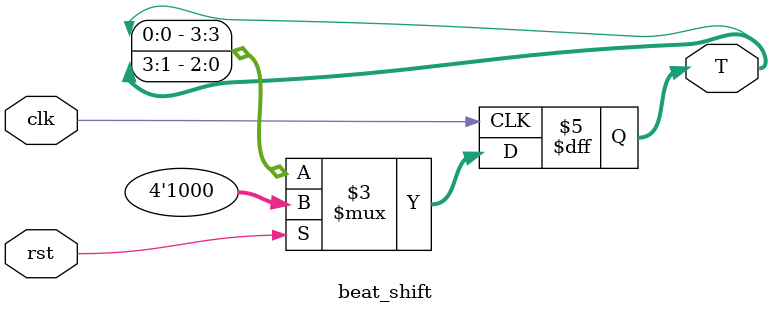
<source format=v>
module beat_shift (
    input clk,          // 1-bit clock signal 
    input rst,          // 1-bit reset signal 
    output reg [3:0] T  // 4-bit output 
);

always @(posedge clk) begin     // if positive edge of clock
    if (rst) begin              // if reset is 1
        T <= 4'b1000;   
    end else begin              // otherwise, make a right shift
        T <= {T[0], T[3:1]};    // and put the right bit onto left
    end
end

endmodule

</source>
